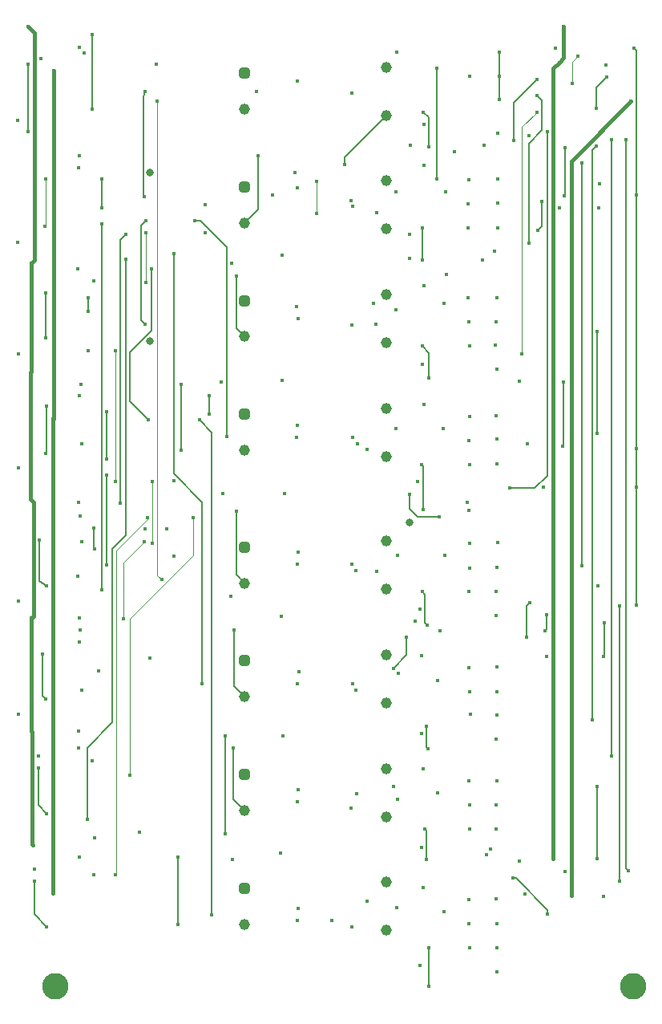
<source format=gbr>
%TF.GenerationSoftware,KiCad,Pcbnew,(6.0.1)*%
%TF.CreationDate,2023-08-04T16:14:03-07:00*%
%TF.ProjectId,pipes_sub,70697065-735f-4737-9562-2e6b69636164,1.2*%
%TF.SameCoordinates,Original*%
%TF.FileFunction,Copper,L3,Inr*%
%TF.FilePolarity,Positive*%
%FSLAX46Y46*%
G04 Gerber Fmt 4.6, Leading zero omitted, Abs format (unit mm)*
G04 Created by KiCad (PCBNEW (6.0.1)) date 2023-08-04 16:14:03*
%MOMM*%
%LPD*%
G01*
G04 APERTURE LIST*
G04 Aperture macros list*
%AMRoundRect*
0 Rectangle with rounded corners*
0 $1 Rounding radius*
0 $2 $3 $4 $5 $6 $7 $8 $9 X,Y pos of 4 corners*
0 Add a 4 corners polygon primitive as box body*
4,1,4,$2,$3,$4,$5,$6,$7,$8,$9,$2,$3,0*
0 Add four circle primitives for the rounded corners*
1,1,$1+$1,$2,$3*
1,1,$1+$1,$4,$5*
1,1,$1+$1,$6,$7*
1,1,$1+$1,$8,$9*
0 Add four rect primitives between the rounded corners*
20,1,$1+$1,$2,$3,$4,$5,0*
20,1,$1+$1,$4,$5,$6,$7,0*
20,1,$1+$1,$6,$7,$8,$9,0*
20,1,$1+$1,$8,$9,$2,$3,0*%
G04 Aperture macros list end*
%TA.AperFunction,ComponentPad*%
%ADD10RoundRect,0.287500X-0.287500X-0.287500X0.287500X-0.287500X0.287500X0.287500X-0.287500X0.287500X0*%
%TD*%
%TA.AperFunction,ComponentPad*%
%ADD11C,1.150000*%
%TD*%
%TA.AperFunction,ComponentPad*%
%ADD12C,2.800000*%
%TD*%
%TA.AperFunction,ViaPad*%
%ADD13C,0.450000*%
%TD*%
%TA.AperFunction,ViaPad*%
%ADD14C,0.800000*%
%TD*%
%TA.AperFunction,Conductor*%
%ADD15C,0.400000*%
%TD*%
%TA.AperFunction,Conductor*%
%ADD16C,0.200000*%
%TD*%
%TA.AperFunction,Conductor*%
%ADD17C,0.120000*%
%TD*%
G04 APERTURE END LIST*
D10*
%TO.N,Net-(R54-Pad1)*%
%TO.C,U26*%
X65170000Y-124600000D03*
D11*
%TO.N,Net-(U26-Pad2)*%
X65170000Y-128400000D03*
%TO.N,Net-(R59-Pad2)*%
X80170000Y-123960000D03*
%TO.N,Net-(C49-Pad2)*%
X80170000Y-129040000D03*
%TD*%
D10*
%TO.N,Net-(R56-Pad1)*%
%TO.C,U27*%
X65170000Y-86600000D03*
D11*
%TO.N,Net-(U27-Pad2)*%
X65170000Y-90400000D03*
%TO.N,Net-(R60-Pad2)*%
X80170000Y-85960000D03*
%TO.N,Net-(C50-Pad2)*%
X80170000Y-91040000D03*
%TD*%
D10*
%TO.N,Net-(R47-Pad1)*%
%TO.C,U21*%
X65170000Y-74600000D03*
D11*
%TO.N,Net-(U21-Pad2)*%
X65170000Y-78400000D03*
%TO.N,Net-(R51-Pad2)*%
X80170000Y-73960000D03*
%TO.N,Net-(U21-Pad4)*%
X80170000Y-79040000D03*
%TD*%
D10*
%TO.N,Net-(R49-Pad1)*%
%TO.C,U22*%
X65170000Y-50600000D03*
D11*
%TO.N,Net-(U22-Pad2)*%
X65170000Y-54400000D03*
%TO.N,Net-(R52-Pad2)*%
X80170000Y-49960000D03*
%TO.N,Net-(U22-Pad4)*%
X80170000Y-55040000D03*
%TD*%
D10*
%TO.N,Net-(R45-Pad1)*%
%TO.C,U20*%
X65170000Y-112600000D03*
D11*
%TO.N,Net-(U20-Pad2)*%
X65170000Y-116400000D03*
%TO.N,Net-(R50-Pad2)*%
X80170000Y-111960000D03*
%TO.N,Net-(U20-Pad4)*%
X80170000Y-117040000D03*
%TD*%
D10*
%TO.N,Net-(R58-Pad1)*%
%TO.C,U28*%
X65170000Y-62600000D03*
D11*
%TO.N,Net-(U28-Pad2)*%
X65170000Y-66400000D03*
%TO.N,Net-(R61-Pad2)*%
X80170000Y-61960000D03*
%TO.N,Net-(U28-Pad4)*%
X80170000Y-67040000D03*
%TD*%
D10*
%TO.N,Net-(R65-Pad1)*%
%TO.C,U33*%
X65170000Y-100600000D03*
D11*
%TO.N,Net-(U33-Pad2)*%
X65170000Y-104400000D03*
%TO.N,Net-(R67-Pad2)*%
X80170000Y-99960000D03*
%TO.N,Net-(C53-Pad2)*%
X80170000Y-105040000D03*
%TD*%
D10*
%TO.N,Net-(R63-Pad1)*%
%TO.C,U32*%
X65170000Y-136600000D03*
D11*
%TO.N,Net-(U32-Pad2)*%
X65170000Y-140400000D03*
%TO.N,Net-(R66-Pad2)*%
X80170000Y-135960000D03*
%TO.N,Net-(U32-Pad4)*%
X80170000Y-141040000D03*
%TD*%
D12*
%TO.N,GND*%
%TO.C,TP1*%
X106250000Y-146950000D03*
%TD*%
%TO.N,GND*%
%TO.C,TP2*%
X45230000Y-146950000D03*
%TD*%
D13*
%TO.N,+12V*%
X98433750Y-49466250D03*
X42692520Y-70647480D03*
X49301250Y-131301250D03*
X97800000Y-104700000D03*
X42295000Y-45675000D03*
X98875000Y-45675000D03*
X42740000Y-120090000D03*
X97800000Y-88700000D03*
X47730000Y-108120000D03*
X47655000Y-95870000D03*
X42900000Y-95870000D03*
X42690000Y-108120000D03*
X97800000Y-62300000D03*
X54100000Y-130650000D03*
X42692520Y-76307480D03*
X42860000Y-132050000D03*
X42550000Y-82240000D03*
X47650000Y-120050000D03*
X42985000Y-59355000D03*
X97800000Y-133500000D03*
%TO.N,-12V*%
X44980000Y-75060000D03*
X44940000Y-101130000D03*
X99695000Y-108505000D03*
X49800000Y-113700000D03*
X48000000Y-89700000D03*
X44940000Y-102200000D03*
X44950000Y-87110000D03*
X44960000Y-114000000D03*
X106000000Y-53515000D03*
X44950000Y-88300000D03*
X48000000Y-115700000D03*
X44940000Y-113130000D03*
X55150000Y-112350000D03*
X99680489Y-137350000D03*
X44985000Y-50355000D03*
X99680489Y-92419511D03*
X44940000Y-125220000D03*
X44940000Y-137160000D03*
X99700000Y-66105000D03*
X44985000Y-63185000D03*
X47600000Y-103700000D03*
%TO.N,OSC6*%
X95000000Y-110100000D03*
X82300000Y-110100000D03*
X80900000Y-113400000D03*
X95325000Y-106475000D03*
%TO.N,OSC3*%
X102450000Y-77850000D03*
X102450000Y-88650000D03*
X79080000Y-77120000D03*
%TO.N,OSC1*%
X70500000Y-61100000D03*
X102700000Y-62300000D03*
%TO.N,OSC7*%
X80950000Y-125850000D03*
X102450000Y-133500000D03*
X102450000Y-125850000D03*
%TO.N,OSC4*%
X78112500Y-90300000D03*
X95075000Y-89675000D03*
%TO.N,OSC2*%
X79100000Y-65300000D03*
X96200000Y-67200000D03*
X96600000Y-64100000D03*
%TO.N,OSC8*%
X93550000Y-135550000D03*
X97200000Y-139300000D03*
X78150000Y-138000000D03*
%TO.N,Net-(R6-Pad1)*%
X76475000Y-52725000D03*
X88955000Y-50895000D03*
%TO.N,SIG*%
X85450000Y-61800000D03*
X61000000Y-64450000D03*
X103355000Y-49705000D03*
X61000000Y-67400000D03*
X54800000Y-67400000D03*
X54800000Y-72700000D03*
X85450000Y-50100000D03*
%TO.N,SIG1*%
X96065000Y-51235000D03*
X41240000Y-55580000D03*
X93600000Y-57700000D03*
%TO.N,SIG2*%
X96065000Y-52935000D03*
X41250000Y-68430000D03*
X95200000Y-68569521D03*
%TO.N,SIG3*%
X94500000Y-80250000D03*
X41310000Y-80200000D03*
X96075000Y-54725000D03*
%TO.N,SIG4*%
X93200000Y-94400000D03*
X41280000Y-92220000D03*
X97150000Y-56800000D03*
%TO.N,SIG5*%
X100790000Y-102610000D03*
X100790000Y-60100000D03*
X41270000Y-106300000D03*
%TO.N,SIG6*%
X102350000Y-58300000D03*
X41320000Y-118240000D03*
X101925489Y-118875489D03*
%TO.N,SIG7*%
X103950000Y-122650000D03*
X103920000Y-57600000D03*
X43445000Y-122625000D03*
%TO.N,Net-(R49-Pad1)*%
X47700000Y-47850000D03*
%TO.N,Net-(R50-Pad2)*%
X43795000Y-111855000D03*
X44140000Y-116640000D03*
%TO.N,Net-(R51-Pad2)*%
X44140000Y-78570000D03*
X44140000Y-73750000D03*
%TO.N,Net-(R52-Pad2)*%
X42339511Y-56740489D03*
X43670000Y-49090000D03*
X42310359Y-49629641D03*
%TO.N,Net-(R56-Pad1)*%
X61450000Y-86600000D03*
X47720000Y-84590000D03*
X61450000Y-84600000D03*
%TO.N,Net-(R58-Pad1)*%
X47675000Y-60625000D03*
%TO.N,Net-(R59-Pad2)*%
X44300000Y-128700000D03*
X43415000Y-123895000D03*
%TO.N,Net-(R60-Pad2)*%
X44210000Y-90760000D03*
X44260000Y-85720000D03*
%TO.N,Net-(R61-Pad2)*%
X72799652Y-61999652D03*
X44120000Y-66750000D03*
X44180000Y-61760000D03*
X72769511Y-65430489D03*
%TO.N,Net-(R66-Pad2)*%
X42990000Y-135880000D03*
X44280000Y-140650000D03*
%TO.N,Net-(R67-Pad2)*%
X43525000Y-99850000D03*
X44300000Y-104700000D03*
%TO.N,OSC5*%
X102505000Y-104695000D03*
X79150000Y-103150000D03*
%TO.N,1f*%
X66450000Y-52500000D03*
X54650000Y-52500000D03*
X54600000Y-63650000D03*
%TO.N,2f*%
X68100000Y-63500000D03*
%TO.N,3f*%
X70825000Y-76525000D03*
X54790000Y-66190000D03*
X54700000Y-77100000D03*
%TO.N,4f*%
X70675000Y-89025000D03*
X63325489Y-88975489D03*
X59940000Y-66190000D03*
%TO.N,5f*%
X52064022Y-95935978D03*
X70800000Y-102450000D03*
X52675000Y-67625000D03*
%TO.N,6f*%
X57725000Y-69625000D03*
X60700000Y-115050000D03*
X70795000Y-115025000D03*
%TO.N,Net-(C3-Pad1)*%
X95200000Y-57200000D03*
X99000000Y-58500000D03*
X92100000Y-53400000D03*
X98935000Y-63565000D03*
X92100000Y-50900000D03*
X92130000Y-48370000D03*
%TO.N,7f*%
X52675000Y-70275000D03*
X70795000Y-127505000D03*
X48550000Y-129300000D03*
%TO.N,8f*%
X61700000Y-139450000D03*
X60400000Y-87200000D03*
X70745000Y-140005000D03*
X55050000Y-87200000D03*
X55370000Y-71270000D03*
%TO.N,SIG8*%
X105500000Y-57600000D03*
X42965000Y-134615000D03*
X105750000Y-134750000D03*
%TO.N,VCA1*%
X55909511Y-53550000D03*
X56450000Y-104050000D03*
%TO.N,VCA2*%
X50080978Y-105080978D03*
X50100000Y-66500000D03*
%TO.N,VCA3*%
X55400000Y-100250000D03*
X51539511Y-93700000D03*
X48689511Y-79910489D03*
X51539511Y-79910489D03*
X55400000Y-93700000D03*
X57750000Y-101600000D03*
%TO.N,VCA4*%
X50650000Y-93000000D03*
X50650000Y-102500000D03*
%TO.N,VCA5*%
X57000000Y-98650000D03*
%TO.N,VCA6*%
X54600000Y-100000000D03*
X52400000Y-108150000D03*
%TO.N,VCA7*%
X53100000Y-124700000D03*
X59740000Y-97460000D03*
%TO.N,VCA8*%
X51580000Y-135150000D03*
X54900000Y-97460000D03*
%TO.N,Net-(C70-Pad1)*%
X98850000Y-83150000D03*
X98825000Y-89925000D03*
X94225000Y-83125000D03*
%TO.N,Net-(R1-Pad2)*%
X102360000Y-54350000D03*
X103450000Y-51000000D03*
%TO.N,Net-(C71-Pad1)*%
X102600000Y-64850000D03*
X98435000Y-64835000D03*
%TO.N,Net-(R8-Pad1)*%
X84100000Y-55975000D03*
X91950000Y-56950000D03*
%TO.N,Net-(R141-Pad1)*%
X87350000Y-58900000D03*
X82725000Y-58225000D03*
%TO.N,Net-(C74-Pad1)*%
X99050000Y-134800000D03*
X94200000Y-133700000D03*
X91175000Y-132475000D03*
%TO.N,Net-(C75-Pad1)*%
X94772141Y-137172141D03*
X103125000Y-137425000D03*
%TO.N,Net-(C76-Pad1)*%
X97075000Y-112175000D03*
X103125000Y-112175000D03*
X96950000Y-109400000D03*
X97125000Y-107725000D03*
X103175000Y-108575000D03*
%TO.N,Net-(R18-Pad1)*%
X78775480Y-74924520D03*
X86275480Y-74924520D03*
%TO.N,+9V*%
X98000000Y-48000000D03*
X84115000Y-73055000D03*
X83850000Y-112040000D03*
X70720000Y-87740000D03*
X70815000Y-138705000D03*
X84030000Y-136550000D03*
D14*
X82640000Y-98030000D03*
D13*
X70835000Y-101125000D03*
X84115000Y-85555000D03*
X70775000Y-51425000D03*
X70885000Y-126205000D03*
X81245000Y-48355000D03*
X70925000Y-113725000D03*
X84100000Y-60300000D03*
X84075000Y-124035000D03*
X70675000Y-75225000D03*
X70785000Y-62725000D03*
%TO.N,Net-(R19-Pad1)*%
X88850000Y-76850000D03*
X91750000Y-76850000D03*
%TO.N,Net-(R22-Pad1)*%
X91850000Y-81800000D03*
X83954520Y-81345480D03*
%TO.N,Net-(R72-Pad1)*%
X88825000Y-74325000D03*
X91800000Y-74300000D03*
%TO.N,Net-(R143-Pad1)*%
X84650000Y-58350000D03*
X84045000Y-54705000D03*
X90450000Y-58250000D03*
%TO.N,Net-(R75-Pad1)*%
X91700000Y-79300000D03*
X88950000Y-79350000D03*
%TO.N,Net-(R79-Pad1)*%
X76450000Y-64030000D03*
X86395000Y-63095000D03*
%TO.N,Net-(R80-Pad1)*%
X91900000Y-64300000D03*
X88765000Y-64365000D03*
%TO.N,Net-(R81-Pad1)*%
X82635000Y-67635000D03*
X91600000Y-69400000D03*
%TO.N,Net-(R83-Pad1)*%
X86205000Y-88095000D03*
X76575000Y-89025000D03*
%TO.N,Net-(R84-Pad1)*%
X88915000Y-89365000D03*
X91800000Y-89200000D03*
%TO.N,Net-(R85-Pad1)*%
X88750000Y-95850000D03*
X83500359Y-93699641D03*
%TO.N,Net-(R87-Pad1)*%
X88875000Y-61825000D03*
X91900000Y-61800000D03*
%TO.N,Net-(R157-Pad2)*%
X48200000Y-48500000D03*
X55900000Y-49650000D03*
%TO.N,Net-(R47-Pad1)*%
X49220000Y-72520000D03*
%TO.N,Net-(U22-Pad4)*%
X75725000Y-60275000D03*
%TO.N,Net-(R90-Pad1)*%
X88795000Y-66905000D03*
X91900000Y-66900000D03*
%TO.N,Net-(R20-Pad2)*%
X63150000Y-120550000D03*
X69275000Y-120525000D03*
X63150000Y-130850000D03*
%TO.N,Net-(R21-Pad2)*%
X62750000Y-83150000D03*
X69175000Y-83025000D03*
%TO.N,Net-(R29-Pad2)*%
X62900000Y-95000000D03*
X69400000Y-95000000D03*
%TO.N,Net-(R30-Pad2)*%
X63850000Y-70650000D03*
X69185000Y-69785000D03*
%TO.N,Net-(R31-Pad2)*%
X68975000Y-132875000D03*
X63900000Y-133550000D03*
%TO.N,Net-(R39-Pad2)*%
X69075000Y-107875000D03*
X63750000Y-105800000D03*
%TO.N,Net-(R92-Pad1)*%
X91750000Y-86750000D03*
X88925000Y-86825000D03*
%TO.N,Net-(R95-Pad1)*%
X88945000Y-91905000D03*
X91800000Y-91800000D03*
%TO.N,Net-(R99-Pad1)*%
X76475000Y-102425000D03*
X86305000Y-101495000D03*
%TO.N,Net-(R100-Pad1)*%
X91800000Y-102750000D03*
X88950000Y-102800000D03*
%TO.N,Net-(R101-Pad1)*%
X91750000Y-107850000D03*
X83725480Y-107174520D03*
%TO.N,Net-(R103-Pad1)*%
X77046891Y-126646891D03*
X85600000Y-126575000D03*
%TO.N,Net-(R104-Pad1)*%
X88995000Y-127845000D03*
X91750000Y-127850000D03*
%TO.N,Net-(R105-Pad1)*%
X90750000Y-133100000D03*
X83850000Y-132325480D03*
%TO.N,Net-(R107-Pad1)*%
X88925000Y-100225000D03*
X91900000Y-100150000D03*
%TO.N,Net-(R110-Pad1)*%
X91750000Y-105250000D03*
X88895000Y-105305000D03*
%TO.N,Net-(R112-Pad1)*%
X88845000Y-125305000D03*
X91800000Y-125250000D03*
%TO.N,Net-(R115-Pad1)*%
X91750000Y-130350000D03*
X88985000Y-130385000D03*
%TO.N,Net-(R119-Pad1)*%
X86225000Y-139075000D03*
X74405000Y-140005000D03*
%TO.N,Net-(R120-Pad1)*%
X88895000Y-140345000D03*
X91850000Y-140300000D03*
%TO.N,Net-(R121-Pad1)*%
X83750000Y-144754520D03*
X91850000Y-145400000D03*
%TO.N,Net-(R123-Pad1)*%
X85600000Y-114700000D03*
X76575000Y-115025000D03*
%TO.N,Net-(R124-Pad1)*%
X88935000Y-115865000D03*
X91800000Y-115850000D03*
%TO.N,Net-(R125-Pad1)*%
X83875480Y-120274520D03*
X91750000Y-120850000D03*
%TO.N,Net-(R127-Pad1)*%
X91750000Y-137750000D03*
X88905000Y-137805000D03*
%TO.N,Net-(R130-Pad1)*%
X91800000Y-142850000D03*
X88950000Y-142900000D03*
%TO.N,Net-(R132-Pad1)*%
X91850000Y-113250000D03*
X88875000Y-113325000D03*
%TO.N,Net-(R135-Pad1)*%
X91800000Y-118350000D03*
X89050000Y-118250000D03*
%TO.N,Net-(R144-Pad1)*%
X84650000Y-82800000D03*
X83955000Y-79405000D03*
%TO.N,Net-(R145-Pad1)*%
X86475000Y-71875000D03*
X82635000Y-70135000D03*
%TO.N,Net-(R146-Pad1)*%
X82635000Y-95085000D03*
X85750000Y-97400000D03*
%TO.N,Net-(R147-Pad1)*%
X83945000Y-70295000D03*
X90350000Y-70350000D03*
X83945000Y-66905000D03*
%TO.N,Net-(R148-Pad1)*%
X83895000Y-91905000D03*
X88850000Y-96700000D03*
X84024870Y-96625130D03*
%TO.N,Net-(U5-Pad4)*%
X81205000Y-75595000D03*
X76475000Y-77175000D03*
%TO.N,Net-(R149-Pad1)*%
X85800000Y-109450000D03*
X83170000Y-108380000D03*
%TO.N,Net-(U10-Pad4)*%
X77100000Y-89675000D03*
X81200000Y-88095000D03*
%TO.N,Net-(U11-Pad4)*%
X76600000Y-64675000D03*
X81200000Y-63100000D03*
%TO.N,Net-(U12-Pad4)*%
X81350000Y-127250000D03*
X76445000Y-128155000D03*
%TO.N,Net-(R151-Pad1)*%
X83955000Y-105305000D03*
X84500000Y-108850000D03*
%TO.N,Net-(R152-Pad1)*%
X84374511Y-133575489D03*
X84235000Y-130385000D03*
%TO.N,Net-(U17-Pad4)*%
X81305000Y-101495000D03*
X76925000Y-103075000D03*
%TO.N,Net-(R155-Pad1)*%
X84635000Y-142885000D03*
X84635000Y-146935000D03*
%TO.N,Net-(R156-Pad1)*%
X84550000Y-121900000D03*
X84350000Y-119550000D03*
D14*
%TO.N,GND*%
X55190000Y-61110000D03*
X55210000Y-78890000D03*
D13*
X57700000Y-93600000D03*
%TO.N,Net-(U4-Pad4)*%
X81400000Y-113950000D03*
X76925000Y-115675000D03*
%TO.N,Net-(R45-Pad1)*%
X47730000Y-110600000D03*
%TO.N,Net-(R54-Pad1)*%
X49100000Y-123180000D03*
%TO.N,Net-(R65-Pad1)*%
X49280000Y-98580000D03*
X49300000Y-100800000D03*
%TO.N,Net-(U16-Pad4)*%
X81250000Y-138650000D03*
X76495000Y-140655000D03*
%TO.N,Net-(R139-Pad1)*%
X100425000Y-48775000D03*
X99800000Y-51700000D03*
%TO.N,-9V*%
X106600000Y-63500000D03*
X106600000Y-106750000D03*
X106600000Y-94250000D03*
X106600000Y-90200000D03*
X104825000Y-106775000D03*
X96750000Y-94250000D03*
X104775000Y-135825000D03*
X106300000Y-48000000D03*
%TO.N,Net-(R63-Pad1)*%
X49220000Y-135140000D03*
%TO.N,Net-(U28-Pad2)*%
X66600000Y-59355000D03*
X47745000Y-59355000D03*
%TO.N,Net-(U20-Pad2)*%
X64040000Y-109315000D03*
X47790000Y-109315000D03*
%TO.N,Net-(U21-Pad2)*%
X64295480Y-72029520D03*
X47593000Y-71247000D03*
%TO.N,Net-(U22-Pad2)*%
X49121069Y-54371069D03*
X49121069Y-46550000D03*
%TO.N,Net-(U26-Pad2)*%
X47630000Y-121790000D03*
X63960000Y-121790000D03*
%TO.N,Net-(U32-Pad2)*%
X47715000Y-133345000D03*
X58120000Y-133345000D03*
X58120000Y-140420000D03*
%TO.N,Net-(U33-Pad2)*%
X47825000Y-97315000D03*
X64295480Y-96779520D03*
%TO.N,Net-(U27-Pad2)*%
X58500000Y-90375000D03*
X47860000Y-83440000D03*
X58500000Y-83425000D03*
%TO.N,Net-(R159-Pad2)*%
X48700000Y-75700000D03*
X48675000Y-74300000D03*
%TO.N,Net-(R163-Pad2)*%
X50650000Y-86300000D03*
X50650000Y-91300000D03*
%TO.N,Net-(R164-Pad2)*%
X50080978Y-61769022D03*
X50100000Y-64850000D03*
%TO.N,Net-(R169-Pad2)*%
X54700000Y-98650000D03*
X48000000Y-100025000D03*
%TD*%
D15*
%TO.N,+12V*%
X42692520Y-82097480D02*
X42550000Y-82240000D01*
X42985000Y-51365000D02*
X42985000Y-59355000D01*
X97800000Y-62300000D02*
X97800000Y-50100000D01*
X42692520Y-76307480D02*
X42692520Y-82097480D01*
X42295000Y-45675000D02*
X42985000Y-46365000D01*
X42692520Y-70647480D02*
X42692520Y-76307480D01*
X42985000Y-64515000D02*
X42985000Y-70355000D01*
X98875000Y-49025000D02*
X98433750Y-49466250D01*
X42985000Y-70355000D02*
X42692520Y-70647480D01*
X42900000Y-95870000D02*
X42900000Y-107910000D01*
X42690000Y-108120000D02*
X42690000Y-120040000D01*
X42985000Y-46365000D02*
X42985000Y-51365000D01*
X42740000Y-131930000D02*
X42860000Y-132050000D01*
X97800000Y-104700000D02*
X97800000Y-133500000D01*
X97800000Y-82240000D02*
X97800000Y-88700000D01*
X97800000Y-62300000D02*
X97800000Y-82240000D01*
X42900000Y-107910000D02*
X42690000Y-108120000D01*
X97800000Y-88700000D02*
X97800000Y-104700000D01*
X97800000Y-50100000D02*
X98433750Y-49466250D01*
X98875000Y-45675000D02*
X98875000Y-49025000D01*
X42985000Y-59355000D02*
X42985000Y-64515000D01*
X42550000Y-82240000D02*
X42550000Y-95520000D01*
X42550000Y-95520000D02*
X42900000Y-95870000D01*
X42740000Y-120090000D02*
X42740000Y-131930000D01*
%TO.N,-12V*%
X44940000Y-113130000D02*
X44960000Y-116460000D01*
X99700000Y-66105000D02*
X99700000Y-81300000D01*
X44940000Y-101130000D02*
X44940000Y-104470000D01*
X44940000Y-104470000D02*
X44940000Y-113130000D01*
X99700000Y-81300000D02*
X99680489Y-81319511D01*
X44950000Y-87110000D02*
X44950000Y-88300000D01*
X44940000Y-121180000D02*
X44940000Y-125220000D01*
X44985000Y-50355000D02*
X44985000Y-63185000D01*
X44960000Y-116460000D02*
X44940000Y-121180000D01*
X99700000Y-59880000D02*
X99700000Y-66105000D01*
X44980000Y-75060000D02*
X44980000Y-81310000D01*
X44980000Y-81310000D02*
X44980000Y-87120000D01*
X99680489Y-92419511D02*
X99680489Y-137350000D01*
X99680489Y-81319511D02*
X99680489Y-92419511D01*
X44950000Y-88300000D02*
X44950000Y-101150000D01*
X106000000Y-53515000D02*
X99700000Y-59880000D01*
X44940000Y-125220000D02*
X44940000Y-137160000D01*
X44985000Y-63185000D02*
X44985000Y-75065000D01*
D16*
%TO.N,OSC6*%
X82300000Y-110100000D02*
X82300000Y-112000000D01*
X82300000Y-112000000D02*
X80900000Y-113400000D01*
X94950480Y-106849520D02*
X95325000Y-106475000D01*
X95000000Y-110100000D02*
X94950480Y-106849520D01*
%TO.N,OSC3*%
X102450000Y-77850000D02*
X102450000Y-88650000D01*
%TO.N,OSC7*%
X102450000Y-125850000D02*
X102450000Y-133500000D01*
%TO.N,OSC2*%
X96600000Y-66800000D02*
X96200000Y-67200000D01*
X96600000Y-64100000D02*
X96600000Y-66800000D01*
%TO.N,OSC8*%
X97200000Y-138858228D02*
X93891772Y-135550000D01*
X97200000Y-139300000D02*
X97200000Y-138858228D01*
X93891772Y-135550000D02*
X93550000Y-135550000D01*
%TO.N,SIG*%
X85450000Y-61800000D02*
X85450000Y-50100000D01*
D17*
X54800000Y-72700000D02*
X54800000Y-67400000D01*
D16*
%TO.N,SIG1*%
X93600000Y-57700000D02*
X93600000Y-53700000D01*
X93600000Y-53700000D02*
X96065000Y-51235000D01*
%TO.N,SIG2*%
X96600000Y-56606416D02*
X96600000Y-53470000D01*
X95200000Y-58006416D02*
X96600000Y-56606416D01*
X96600000Y-53470000D02*
X96065000Y-52935000D01*
X95200000Y-68569521D02*
X95200000Y-58006416D01*
D17*
%TO.N,SIG3*%
X94500000Y-56300000D02*
X96075000Y-54725000D01*
X94500000Y-80250000D02*
X94500000Y-56300000D01*
D16*
%TO.N,SIG4*%
X97150000Y-56800000D02*
X97150000Y-93108228D01*
X95858228Y-94400000D02*
X93200000Y-94400000D01*
X97150000Y-93108228D02*
X95858228Y-94400000D01*
%TO.N,SIG5*%
X100790000Y-60100000D02*
X100790000Y-102610000D01*
%TO.N,SIG6*%
X102350000Y-58300000D02*
X101925489Y-58724511D01*
X101925489Y-58724511D02*
X101925489Y-118875489D01*
%TO.N,SIG7*%
X103920000Y-57600000D02*
X103950000Y-122650000D01*
%TO.N,Net-(R50-Pad2)*%
X43795000Y-116295000D02*
X44140000Y-116640000D01*
X43795000Y-111855000D02*
X43795000Y-116295000D01*
%TO.N,Net-(R51-Pad2)*%
X44140000Y-73750000D02*
X44140000Y-78570000D01*
%TO.N,Net-(R52-Pad2)*%
X42310359Y-56711337D02*
X42339511Y-56740489D01*
X42310359Y-49629641D02*
X42310359Y-56711337D01*
%TO.N,Net-(R56-Pad1)*%
X61450000Y-84600000D02*
X61450000Y-86600000D01*
%TO.N,Net-(R59-Pad2)*%
X44300000Y-128700000D02*
X43415000Y-127775000D01*
X43415000Y-127775000D02*
X43415000Y-123895000D01*
%TO.N,Net-(R60-Pad2)*%
X44260000Y-85720000D02*
X44260000Y-90710000D01*
X44260000Y-90710000D02*
X44210000Y-90760000D01*
D17*
%TO.N,Net-(R61-Pad2)*%
X72769511Y-65430489D02*
X72799652Y-61999652D01*
X44180000Y-61760000D02*
X44180000Y-66690000D01*
X44180000Y-66690000D02*
X44120000Y-66750000D01*
D16*
%TO.N,Net-(R66-Pad2)*%
X42990000Y-139360000D02*
X44280000Y-140650000D01*
X42990000Y-135880000D02*
X42990000Y-139360000D01*
%TO.N,Net-(R67-Pad2)*%
X43525000Y-104150000D02*
X44300000Y-104700000D01*
X43525000Y-99850000D02*
X43525000Y-104150000D01*
%TO.N,1f*%
X54490489Y-63540489D02*
X54600000Y-63650000D01*
X54650000Y-52500000D02*
X54490489Y-53159511D01*
X54490489Y-53159511D02*
X54490489Y-63540489D01*
%TO.N,3f*%
X54790000Y-66190000D02*
X54275489Y-66704511D01*
X54275489Y-66704511D02*
X54275489Y-76675489D01*
X54275489Y-76675489D02*
X54700000Y-77100000D01*
%TO.N,4f*%
X59940000Y-66190000D02*
X60531772Y-66190000D01*
X60531772Y-66190000D02*
X63325489Y-68983717D01*
X63325489Y-68983717D02*
X63325489Y-88975489D01*
%TO.N,5f*%
X52064022Y-68235978D02*
X52064022Y-95935978D01*
X52675000Y-67625000D02*
X52064022Y-68235978D01*
%TO.N,6f*%
X60700000Y-95858228D02*
X60700000Y-115050000D01*
X57725000Y-92883228D02*
X60700000Y-95858228D01*
X57725000Y-69625000D02*
X57725000Y-92883228D01*
%TO.N,Net-(C3-Pad1)*%
X99000000Y-58500000D02*
X99000000Y-63500000D01*
X92100000Y-50900000D02*
X92100000Y-53400000D01*
X99000000Y-63500000D02*
X98935000Y-63565000D01*
X92130000Y-50870000D02*
X92100000Y-50900000D01*
X92130000Y-48370000D02*
X92130000Y-50870000D01*
%TO.N,7f*%
X48550000Y-129300000D02*
X48550000Y-121778228D01*
X51224511Y-119103717D02*
X51224511Y-100827051D01*
X48550000Y-121778228D02*
X51224511Y-119103717D01*
X52675000Y-99376562D02*
X52675000Y-70275000D01*
X51224511Y-100827051D02*
X52675000Y-99376562D01*
%TO.N,8f*%
X53074520Y-85224520D02*
X55050000Y-87200000D01*
X53074520Y-80036221D02*
X53074520Y-85224520D01*
X55370000Y-71270000D02*
X55370000Y-77740741D01*
X55370000Y-77740741D02*
X53074520Y-80036221D01*
X61700000Y-88500000D02*
X61700000Y-139450000D01*
X60400000Y-87200000D02*
X61700000Y-88500000D01*
%TO.N,SIG8*%
X105500000Y-57600000D02*
X105500000Y-134500000D01*
X105500000Y-134500000D02*
X105750000Y-134750000D01*
D17*
%TO.N,VCA1*%
X55909511Y-53550000D02*
X55950000Y-103600000D01*
X55950000Y-103600000D02*
X56450000Y-104050000D01*
D16*
%TO.N,VCA2*%
X50100000Y-66500000D02*
X50080978Y-105080978D01*
D17*
%TO.N,VCA3*%
X51539511Y-93700000D02*
X51539511Y-79910489D01*
X55400000Y-93700000D02*
X55400000Y-100250000D01*
D16*
%TO.N,VCA4*%
X50650000Y-102500000D02*
X50650000Y-93000000D01*
D17*
%TO.N,VCA6*%
X52400000Y-108150000D02*
X52400000Y-102200000D01*
X52400000Y-102200000D02*
X54600000Y-100000000D01*
%TO.N,VCA7*%
X59740000Y-101509848D02*
X59740000Y-97460000D01*
X53100000Y-124700000D02*
X53100000Y-108149848D01*
X53100000Y-108149848D02*
X59740000Y-101509848D01*
D16*
%TO.N,VCA8*%
X54900000Y-97460000D02*
X55000000Y-97560000D01*
D17*
X51609511Y-100950489D02*
X51609511Y-135120489D01*
X51609511Y-135120489D02*
X51580000Y-135150000D01*
X55000000Y-97560000D02*
X51609511Y-100950489D01*
D16*
%TO.N,Net-(C70-Pad1)*%
X98850000Y-89900000D02*
X98825000Y-89925000D01*
X98850000Y-83150000D02*
X98850000Y-89900000D01*
%TO.N,Net-(R1-Pad2)*%
X102360000Y-52090000D02*
X103450000Y-51000000D01*
X102360000Y-54350000D02*
X102360000Y-52090000D01*
%TO.N,Net-(C76-Pad1)*%
X103175000Y-112125000D02*
X103125000Y-112175000D01*
X103175000Y-108575000D02*
X103175000Y-112125000D01*
X97125000Y-109225000D02*
X96950000Y-109400000D01*
X97125000Y-107725000D02*
X97125000Y-109225000D01*
%TO.N,Net-(R143-Pad1)*%
X84624511Y-55284511D02*
X84650000Y-58350000D01*
X84045000Y-54705000D02*
X84624511Y-55284511D01*
%TO.N,Net-(U22-Pad4)*%
X75725000Y-60275000D02*
X75725000Y-59485000D01*
X75725000Y-59485000D02*
X80170000Y-55040000D01*
%TO.N,Net-(R20-Pad2)*%
X63150000Y-130850000D02*
X63150000Y-120550000D01*
%TO.N,Net-(R144-Pad1)*%
X84650000Y-80100000D02*
X84650000Y-82800000D01*
X83955000Y-79405000D02*
X84650000Y-80100000D01*
%TO.N,Net-(R146-Pad1)*%
X82635000Y-96535000D02*
X83500000Y-97400000D01*
X83500000Y-97400000D02*
X85750000Y-97400000D01*
X82635000Y-95085000D02*
X82635000Y-96535000D01*
%TO.N,Net-(R147-Pad1)*%
X83945000Y-66905000D02*
X83945000Y-70295000D01*
%TO.N,Net-(R148-Pad1)*%
X83895000Y-91905000D02*
X84024870Y-92034870D01*
X84024870Y-92034870D02*
X84024870Y-96625130D01*
%TO.N,Net-(R151-Pad1)*%
X84249991Y-105599991D02*
X84249991Y-108599991D01*
X84249991Y-108599991D02*
X84500000Y-108850000D01*
X83955000Y-105305000D02*
X84249991Y-105599991D01*
%TO.N,Net-(R152-Pad1)*%
X84235000Y-130385000D02*
X84374511Y-130524511D01*
X84374511Y-130524511D02*
X84374511Y-133575489D01*
%TO.N,Net-(R155-Pad1)*%
X84635000Y-142885000D02*
X84635000Y-146935000D01*
%TO.N,Net-(R156-Pad1)*%
X84350000Y-119550000D02*
X84399991Y-119599991D01*
X84399991Y-121749991D02*
X84550000Y-121900000D01*
X84399991Y-119599991D02*
X84399991Y-121749991D01*
%TO.N,Net-(R65-Pad1)*%
X49280000Y-100780000D02*
X49300000Y-100800000D01*
X49280000Y-98580000D02*
X49280000Y-100780000D01*
D17*
%TO.N,Net-(R139-Pad1)*%
X99800000Y-49400000D02*
X100425000Y-48775000D01*
X99800000Y-51700000D02*
X99800000Y-49400000D01*
D16*
%TO.N,-9V*%
X106300000Y-48000000D02*
X106549511Y-48249511D01*
X106600000Y-63500000D02*
X106600000Y-106750000D01*
X104775000Y-135825000D02*
X104825000Y-135775000D01*
X106549511Y-62449511D02*
X106550000Y-63500000D01*
X104825000Y-135775000D02*
X104825000Y-106775000D01*
X106549511Y-48249511D02*
X106549511Y-62449511D01*
%TO.N,Net-(U28-Pad2)*%
X66600000Y-64970000D02*
X66600000Y-59355000D01*
X65170000Y-66400000D02*
X66600000Y-64970000D01*
%TO.N,Net-(U20-Pad2)*%
X64040000Y-115270000D02*
X65170000Y-116400000D01*
X64040000Y-109315000D02*
X64040000Y-115270000D01*
%TO.N,Net-(U21-Pad2)*%
X64295480Y-77525480D02*
X64295480Y-72029520D01*
X65170000Y-78400000D02*
X64295480Y-77525480D01*
%TO.N,Net-(U22-Pad2)*%
X49121069Y-46550000D02*
X49121069Y-54371069D01*
%TO.N,Net-(U26-Pad2)*%
X63960000Y-121790000D02*
X63960000Y-127190000D01*
X63960000Y-127190000D02*
X65170000Y-128400000D01*
%TO.N,Net-(U32-Pad2)*%
X58120000Y-133345000D02*
X58120000Y-140420000D01*
%TO.N,Net-(U33-Pad2)*%
X64295480Y-103525480D02*
X64295480Y-96779520D01*
X65170000Y-104400000D02*
X64295480Y-103525480D01*
%TO.N,Net-(U27-Pad2)*%
X58500000Y-83425000D02*
X58500000Y-90375000D01*
%TO.N,Net-(R159-Pad2)*%
X48675000Y-75675000D02*
X48700000Y-75700000D01*
X48675000Y-74300000D02*
X48675000Y-75675000D01*
%TO.N,Net-(R163-Pad2)*%
X50650000Y-91300000D02*
X50650000Y-86300000D01*
%TO.N,Net-(R164-Pad2)*%
X50080978Y-64830978D02*
X50100000Y-64850000D01*
X50080978Y-61769022D02*
X50080978Y-64830978D01*
%TD*%
M02*

</source>
